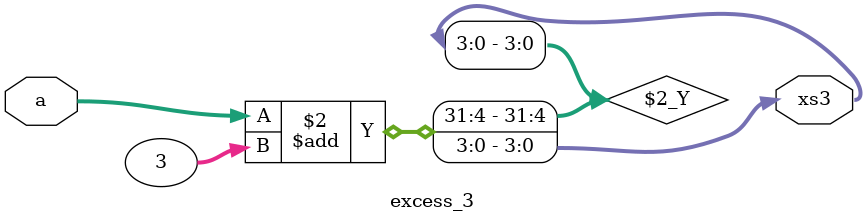
<source format=v>
module excess_3(a,xs3);
input [3:0]a;
output [3:0]xs3;
reg [3:0]xs3;
always @(a)
begin
xs3 = a + 3;
end
endmodule

</source>
